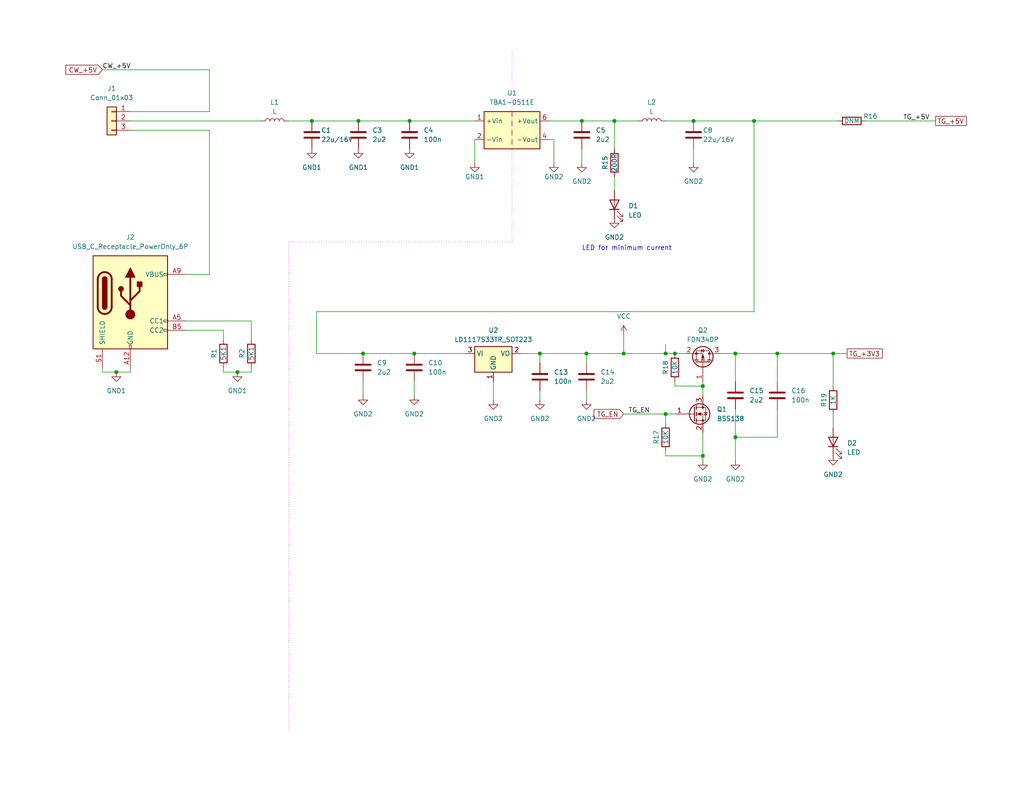
<source format=kicad_sch>
(kicad_sch (version 20231120) (generator "eeschema") (generator_version "8.0")
  (paper "USLetter")
  (title_block (title "Isolator for Jitter Testing"))
  (lib_symbols
    (symbol "Connector:USB_C_Receptacle_PowerOnly_6P" (pin_names (offset 1.016))
      (property "Reference" "J" (at 0 16.51 0))
      (property "Value" "USB_C_Receptacle_PowerOnly_6P" (at 0 13.97 0))
      (symbol "USB_C_Receptacle_PowerOnly_6P_0_0"
        (rectangle (start -0.254 -12.7) (end 0.254 -11.684))
        (rectangle (start 10.16 -7.366) (end 9.144 -7.874))
        (rectangle (start 10.16 -4.826) (end 9.144 -5.334))
        (rectangle (start 10.16 7.874) (end 9.144 7.366))
      )
      (symbol "USB_C_Receptacle_PowerOnly_6P_0_1"
        (rectangle (start -10.16 12.7) (end 10.16 -12.7) (stroke (width 0.254)) (fill (type background)))
        (arc (start -8.89 -1.27) (mid -6.985 -3.1667) (end -5.08 -1.27) (stroke (width 0.508)))
        (arc (start -7.62 -1.27) (mid -6.985 -1.9023) (end -6.35 -1.27) (stroke (width 0.254)))
        (arc (start -7.62 -1.27) (mid -6.985 -1.9023) (end -6.35 -1.27) (stroke (width 0.254)) (fill (type outline)))
        (rectangle (start -7.62 -1.27) (end -6.35 6.35) (stroke (width 0.254)) (fill (type outline)))
        (arc (start -6.35 6.35) (mid -6.985 6.9823) (end -7.62 6.35) (stroke (width 0.254)))
        (arc (start -6.35 6.35) (mid -6.985 6.9823) (end -7.62 6.35) (stroke (width 0.254)) (fill (type outline)))
        (arc (start -5.08 6.35) (mid -6.985 8.2467) (end -8.89 6.35) (stroke (width 0.508)))
        (circle (center -2.54 3.683) (radius 0.635) (stroke (width 0.254)) (fill (type outline)))
        (circle (center 0 -3.302) (radius 1.27) (fill (type outline)))
        (polyline (pts (xy -8.89 -1.27) (xy -8.89 6.35)) (stroke (width 0.508)))
        (polyline (pts (xy -5.08 6.35) (xy -5.08 -1.27)) (stroke (width 0.508)))
        (polyline (pts (xy 0 -3.302) (xy 0 6.858)) (stroke (width 0.508)))
        (polyline (pts (xy 0 -0.762) (xy -2.54 1.778) (xy -2.54 3.048)) (stroke (width 0.508)))
        (polyline (pts (xy 0 0.508) (xy 2.54 3.048) (xy 2.54 4.318)) (stroke (width 0.508)))
        (polyline (pts (xy -1.27 6.858) (xy 0 9.398) (xy 1.27 6.858) (xy -1.27 6.858)) (stroke (width 0.254)) (fill (type outline)))
        (rectangle (start 1.905 4.318) (end 3.175 5.588) (stroke (width 0.254)) (fill (type outline)))
      )
      (symbol "USB_C_Receptacle_PowerOnly_6P_1_1"
        (pin passive line (at 0 -17.78 90) (length 5.08) (name "GND") (number "A12"))
        (pin bidirectional line (at 15.24 -5.08 180) (length 5.08) (name "CC1") (number "A5"))
        (pin passive line (at 15.24 7.62 180) (length 5.08) (name "VBUS") (number "A9"))
        (pin passive line (at 0 -17.78 90) (length 5.08) hide (name "GND") (number "B12"))
        (pin bidirectional line (at 15.24 -7.62 180) (length 5.08) (name "CC2") (number "B5"))
        (pin passive line (at 15.24 7.62 180) (length 5.08) hide (name "VBUS") (number "B9"))
        (pin passive line (at -7.62 -17.78 90) (length 5.08) (name "SHIELD") (number "S1"))
      )
    )
    (symbol "Connector_Generic:Conn_01x03" (pin_names (offset 1.016) hide)
      (property "Reference" "J" (at 0 5.08 0))
      (property "Value" "Conn_01x03" (at 0 -5.08 0))
      (symbol "Conn_01x03_1_1"
        (rectangle (start -1.27 -2.413) (end 0 -2.667) (stroke (width 0.1524)))
        (rectangle (start -1.27 0.127) (end 0 -0.127) (stroke (width 0.1524)))
        (rectangle (start -1.27 2.667) (end 0 2.413) (stroke (width 0.1524)))
        (rectangle (start -1.27 3.81) (end 1.27 -3.81) (stroke (width 0.254)) (fill (type background)))
        (pin passive line (at -5.08 2.54 0) (length 3.81) (name "Pin_1") (number "1"))
        (pin passive line (at -5.08 0 0) (length 3.81) (name "Pin_2") (number "2"))
        (pin passive line (at -5.08 -2.54 0) (length 3.81) (name "Pin_3") (number "3"))
      )
    )
    (symbol "Converter_DCDC:TBA1-0511E"
      (property "Reference" "U" (at -6.35 6.35 0))
      (property "Value" "TBA1-0511E" (at 2.54 6.35 0))
      (symbol "TBA1-0511E_0_1"
        (rectangle (start -7.62 5.08) (end 7.62 -5.08) (stroke (width 0.254)) (fill (type background)))
        (polyline (pts (xy 0 -2.54) (xy 0 -3.81)))
        (polyline (pts (xy 0 0) (xy 0 -1.27)))
        (polyline (pts (xy 0 2.54) (xy 0 1.27)))
        (polyline (pts (xy 0 5.08) (xy 0 3.81)))
      )
      (symbol "TBA1-0511E_1_1"
        (pin power_in line (at -10.16 2.54 0) (length 2.54) (name "+Vin") (number "1"))
        (pin power_in line (at -10.16 -2.54 0) (length 2.54) (name "-Vin") (number "2"))
        (pin power_out line (at 10.16 -2.54 180) (length 2.54) (name "-Vout") (number "4"))
        (pin power_out line (at 10.16 2.54 180) (length 2.54) (name "+Vout") (number "6"))
      )
    )
    (symbol "Device:C" (pin_numbers hide) (pin_names (offset 0.254))
      (property "Reference" "C" (at 0.635 2.54 0))
      (property "Value" "C" (at 0.635 -2.54 0))
      (symbol "C_0_1"
        (polyline (pts (xy -2.032 -0.762) (xy 2.032 -0.762)) (stroke (width 0.508)))
        (polyline (pts (xy -2.032 0.762) (xy 2.032 0.762)) (stroke (width 0.508)))
      )
      (symbol "C_1_1"
        (pin passive line (at 0 3.81 270) (length 2.794) (name "~") (number "1"))
        (pin passive line (at 0 -3.81 90) (length 2.794) (name "~") (number "2"))
      )
    )
    (symbol "Device:L" (pin_numbers hide) (pin_names (offset 1.016) hide)
      (property "Reference" "L" (at -1.27 0 90))
      (property "Value" "L" (at 1.905 0 90))
      (symbol "L_0_1"
        (arc (start 0 -2.54) (mid 0.6323 -1.905) (end 0 -1.27))
        (arc (start 0 -1.27) (mid 0.6323 -0.635) (end 0 0))
        (arc (start 0 0) (mid 0.6323 0.635) (end 0 1.27))
        (arc (start 0 1.27) (mid 0.6323 1.905) (end 0 2.54))
      )
      (symbol "L_1_1"
        (pin passive line (at 0 3.81 270) (length 1.27) (name "1") (number "1"))
        (pin passive line (at 0 -3.81 90) (length 1.27) (name "2") (number "2"))
      )
    )
    (symbol "Device:LED" (pin_numbers hide) (pin_names (offset 1.016) hide)
      (property "Reference" "D" (at 0 2.54 0))
      (property "Value" "LED" (at 0 -2.54 0))
      (symbol "LED_0_1"
        (polyline (pts (xy -1.27 -1.27) (xy -1.27 1.27)) (stroke (width 0.254)))
        (polyline (pts (xy -1.27 0) (xy 1.27 0)))
        (polyline (pts (xy 1.27 -1.27) (xy 1.27 1.27) (xy -1.27 0) (xy 1.27 -1.27)) (stroke (width 0.254)))
        (polyline (pts (xy -3.048 -0.762) (xy -4.572 -2.286) (xy -3.81 -2.286) (xy -4.572 -2.286) (xy -4.572 -1.524)))
        (polyline (pts (xy -1.778 -0.762) (xy -3.302 -2.286) (xy -2.54 -2.286) (xy -3.302 -2.286) (xy -3.302 -1.524)))
      )
      (symbol "LED_1_1"
        (pin passive line (at -3.81 0 0) (length 2.54) (name "K") (number "1"))
        (pin passive line (at 3.81 0 180) (length 2.54) (name "A") (number "2"))
      )
    )
    (symbol "Device:R" (pin_numbers hide) (pin_names (offset 0))
      (property "Reference" "R" (at 2.032 0 90))
      (property "Value" "R" (at 0 0 90))
      (symbol "R_0_1"
        (rectangle (start -1.016 -2.54) (end 1.016 2.54) (stroke (width 0.254)))
      )
      (symbol "R_1_1"
        (pin passive line (at 0 3.81 270) (length 1.27) (name "~") (number "1"))
        (pin passive line (at 0 -3.81 90) (length 1.27) (name "~") (number "2"))
      )
    )
    (symbol "Regulator_Linear:LD1117S33TR_SOT223"
      (property "Reference" "U" (at -3.81 3.175 0))
      (property "Value" "LD1117S33TR_SOT223" (at 0 3.175 0))
      (symbol "LD1117S33TR_SOT223_0_1"
        (rectangle (start -5.08 -5.08) (end 5.08 1.905) (stroke (width 0.254)) (fill (type background)))
      )
      (symbol "LD1117S33TR_SOT223_1_1"
        (pin power_in line (at 0 -7.62 90) (length 2.54) (name "GND") (number "1"))
        (pin power_out line (at 7.62 0 180) (length 2.54) (name "VO") (number "2"))
        (pin power_in line (at -7.62 0 0) (length 2.54) (name "VI") (number "3"))
      )
    )
    (symbol "Transistor_FET:BSS138" (pin_names hide)
      (property "Reference" "Q" (at 5.08 1.905 0))
      (property "Value" "BSS138" (at 5.08 0 0))
      (symbol "BSS138_0_1"
        (polyline (pts (xy 0.254 0) (xy -2.54 0)))
        (polyline (pts (xy 0.254 1.905) (xy 0.254 -1.905)) (stroke (width 0.254)))
        (polyline (pts (xy 0.762 -1.27) (xy 0.762 -2.286)) (stroke (width 0.254)))
        (polyline (pts (xy 0.762 0.508) (xy 0.762 -0.508)) (stroke (width 0.254)))
        (polyline (pts (xy 0.762 2.286) (xy 0.762 1.27)) (stroke (width 0.254)))
        (polyline (pts (xy 2.54 2.54) (xy 2.54 1.778)))
        (polyline (pts (xy 2.54 -2.54) (xy 2.54 0) (xy 0.762 0)))
        (polyline (pts (xy 0.762 -1.778) (xy 3.302 -1.778) (xy 3.302 1.778) (xy 0.762 1.778)))
        (polyline (pts (xy 1.016 0) (xy 2.032 0.381) (xy 2.032 -0.381) (xy 1.016 0)) (fill (type outline)))
        (polyline (pts (xy 2.794 0.508) (xy 2.921 0.381) (xy 3.683 0.381) (xy 3.81 0.254)))
        (polyline (pts (xy 3.302 0.381) (xy 2.921 -0.254) (xy 3.683 -0.254) (xy 3.302 0.381)))
        (circle (center 1.651 0) (radius 2.794) (stroke (width 0.254)))
        (circle (center 2.54 -1.778) (radius 0.254) (fill (type outline)))
        (circle (center 2.54 1.778) (radius 0.254) (fill (type outline)))
      )
      (symbol "BSS138_1_1"
        (pin input line (at -5.08 0 0) (length 2.54) (name "G") (number "1"))
        (pin passive line (at 2.54 -5.08 90) (length 2.54) (name "S") (number "2"))
        (pin passive line (at 2.54 5.08 270) (length 2.54) (name "D") (number "3"))
      )
    )
    (symbol "Transistor_FET:FDN340P" (pin_names hide)
      (property "Reference" "Q" (at 5.08 1.905 0))
      (property "Value" "FDN340P" (at 5.08 0 0))
      (symbol "FDN340P_0_1"
        (polyline (pts (xy 0.254 0) (xy -2.54 0)))
        (polyline (pts (xy 0.254 1.905) (xy 0.254 -1.905)) (stroke (width 0.254)))
        (polyline (pts (xy 0.762 -1.27) (xy 0.762 -2.286)) (stroke (width 0.254)))
        (polyline (pts (xy 0.762 0.508) (xy 0.762 -0.508)) (stroke (width 0.254)))
        (polyline (pts (xy 0.762 2.286) (xy 0.762 1.27)) (stroke (width 0.254)))
        (polyline (pts (xy 2.54 2.54) (xy 2.54 1.778)))
        (polyline (pts (xy 2.54 -2.54) (xy 2.54 0) (xy 0.762 0)))
        (polyline (pts (xy 0.762 1.778) (xy 3.302 1.778) (xy 3.302 -1.778) (xy 0.762 -1.778)))
        (polyline (pts (xy 2.286 0) (xy 1.27 0.381) (xy 1.27 -0.381) (xy 2.286 0)) (fill (type outline)))
        (polyline (pts (xy 2.794 -0.508) (xy 2.921 -0.381) (xy 3.683 -0.381) (xy 3.81 -0.254)))
        (polyline (pts (xy 3.302 -0.381) (xy 2.921 0.254) (xy 3.683 0.254) (xy 3.302 -0.381)))
        (circle (center 1.651 0) (radius 2.794) (stroke (width 0.254)))
        (circle (center 2.54 -1.778) (radius 0.254) (fill (type outline)))
        (circle (center 2.54 1.778) (radius 0.254) (fill (type outline)))
      )
      (symbol "FDN340P_1_1"
        (pin input line (at -5.08 0 0) (length 2.54) (name "G") (number "1"))
        (pin passive line (at 2.54 -5.08 90) (length 2.54) (name "S") (number "2"))
        (pin passive line (at 2.54 5.08 270) (length 2.54) (name "D") (number "3"))
      )
    )
    (symbol "power:GND1" (power) (pin_names (offset 0))
      (property "Value" "GND1" (at 0 -3.81 0))
      (symbol "GND1_0_1"
        (polyline (pts (xy 0 0) (xy 0 -1.27) (xy 1.27 -1.27) (xy 0 -2.54) (xy -1.27 -1.27) (xy 0 -1.27)))
      )
      (symbol "GND1_1_1"
        (pin power_in line (at 0 0 270) (length 0) hide (name "GND1") (number "1"))
      )
    )
    (symbol "power:GND2" (power) (pin_names (offset 0))
      (property "Value" "GND2" (at 0 -3.81 0))
      (symbol "GND2_0_1"
        (polyline (pts (xy 0 0) (xy 0 -1.27) (xy 1.27 -1.27) (xy 0 -2.54) (xy -1.27 -1.27) (xy 0 -1.27)))
      )
      (symbol "GND2_1_1"
        (pin power_in line (at 0 0 270) (length 0) hide (name "GND2") (number "1"))
      )
    )
    (symbol "power:VCC" (power) (pin_names (offset 0))
      (property "Value" "VCC" (at 0 3.81 0))
      (symbol "VCC_0_1"
        (polyline (pts (xy -0.762 1.27) (xy 0 2.54)))
        (polyline (pts (xy 0 0) (xy 0 2.54)))
        (polyline (pts (xy 0 2.54) (xy 0.762 1.27)))
      )
      (symbol "VCC_1_1"
        (pin power_in line (at 0 0 90) (length 0) hide (name "VCC") (number "1"))
      )
    )
  )
  (junction (at 200.66 96.52))
  (junction (at 181.61 96.52))
  (junction (at 184.15 96.52))
  (junction (at 113.03 96.52))
  (junction (at 227.33 96.52))
  (junction (at 189.23 33.02))
  (junction (at 31.75 101.6))
  (junction (at 200.66 119.38))
  (junction (at 170.18 96.52))
  (junction (at 181.61 113.03))
  (junction (at 111.76 33.02))
  (junction (at 167.64 33.02))
  (junction (at 147.32 96.52))
  (junction (at 160.02 96.52))
  (junction (at 64.77 101.6))
  (junction (at 212.09 96.52))
  (junction (at 99.06 96.52))
  (junction (at 85.09 33.02))
  (junction (at 205.74 33.02))
  (junction (at 191.77 124.46))
  (junction (at 97.79 33.02))
  (junction (at 158.75 33.02))
  (junction (at 191.77 105.41))
  (wire (pts (xy 31.75 101.6) (xy 35.56 101.6)))
  (wire (pts (xy 147.32 106.68) (xy 147.32 109.22)))
  (wire (pts (xy 212.09 96.52) (xy 212.09 104.14)))
  (wire (pts (xy 149.86 33.02) (xy 158.75 33.02)))
  (wire (pts (xy 184.15 104.14) (xy 184.15 105.41)))
  (wire (pts (xy 57.15 19.05) (xy 57.15 30.48)))
  (wire (pts (xy 167.64 33.02) (xy 167.64 40.64)))
  (wire (pts (xy 173.99 33.02) (xy 167.64 33.02)))
  (wire (pts (xy 189.23 33.02) (xy 205.74 33.02)))
  (wire (pts (xy 35.56 35.56) (xy 57.15 35.56)))
  (wire (pts (xy 181.61 123.19) (xy 181.61 124.46)))
  (polyline (pts (xy 78.74 66.04) (xy 78.74 199.39)) (stroke (width 0) (type dot) (color 240 0 255 1)))
  (wire (pts (xy 236.22 33.02) (xy 255.27 33.02)))
  (wire (pts (xy 191.77 104.14) (xy 191.77 105.41)))
  (wire (pts (xy 129.54 38.1) (xy 129.54 44.45)))
  (wire (pts (xy 212.09 111.76) (xy 212.09 119.38)))
  (wire (pts (xy 86.36 85.09) (xy 205.74 85.09)))
  (wire (pts (xy 158.75 40.64) (xy 158.75 44.45)))
  (wire (pts (xy 35.56 101.6) (xy 35.56 100.33)))
  (wire (pts (xy 170.18 91.44) (xy 170.18 96.52)))
  (wire (pts (xy 181.61 124.46) (xy 191.77 124.46)))
  (wire (pts (xy 227.33 113.03) (xy 227.33 116.84)))
  (wire (pts (xy 181.61 113.03) (xy 181.61 115.57)))
  (wire (pts (xy 200.66 96.52) (xy 200.66 104.14)))
  (wire (pts (xy 68.58 87.63) (xy 68.58 92.71)))
  (wire (pts (xy 149.86 38.1) (xy 151.13 38.1)))
  (wire (pts (xy 160.02 106.68) (xy 160.02 109.22)))
  (wire (pts (xy 111.76 33.02) (xy 129.54 33.02)))
  (wire (pts (xy 227.33 96.52) (xy 227.33 105.41)))
  (wire (pts (xy 205.74 85.09) (xy 205.74 33.02)))
  (wire (pts (xy 184.15 105.41) (xy 191.77 105.41)))
  (wire (pts (xy 142.24 96.52) (xy 147.32 96.52)))
  (wire (pts (xy 27.94 19.05) (xy 57.15 19.05)))
  (wire (pts (xy 27.94 101.6) (xy 31.75 101.6)))
  (wire (pts (xy 97.79 33.02) (xy 111.76 33.02)))
  (wire (pts (xy 57.15 35.56) (xy 57.15 74.93)))
  (wire (pts (xy 228.6 33.02) (xy 205.74 33.02)))
  (wire (pts (xy 50.8 90.17) (xy 60.96 90.17)))
  (wire (pts (xy 134.62 104.14) (xy 134.62 109.22)))
  (wire (pts (xy 158.75 33.02) (xy 167.64 33.02)))
  (wire (pts (xy 200.66 96.52) (xy 212.09 96.52)))
  (wire (pts (xy 212.09 96.52) (xy 227.33 96.52)))
  (wire (pts (xy 147.32 96.52) (xy 160.02 96.52)))
  (wire (pts (xy 35.56 33.02) (xy 71.12 33.02)))
  (wire (pts (xy 60.96 90.17) (xy 60.96 92.71)))
  (wire (pts (xy 189.23 40.64) (xy 189.23 44.45)))
  (wire (pts (xy 184.15 113.03) (xy 181.61 113.03)))
  (wire (pts (xy 57.15 74.93) (xy 50.8 74.93)))
  (wire (pts (xy 147.32 96.52) (xy 147.32 99.06)))
  (wire (pts (xy 99.06 96.52) (xy 113.03 96.52)))
  (wire (pts (xy 60.96 101.6) (xy 64.77 101.6)))
  (wire (pts (xy 212.09 119.38) (xy 200.66 119.38)))
  (polyline (pts (xy 139.7 66.04) (xy 78.74 66.04)) (stroke (width 0) (type dot) (color 240 0 255 1)))
  (wire (pts (xy 170.18 96.52) (xy 181.61 96.52)))
  (wire (pts (xy 160.02 96.52) (xy 160.02 99.06)))
  (wire (pts (xy 184.15 96.52) (xy 186.69 96.52)))
  (wire (pts (xy 160.02 96.52) (xy 170.18 96.52)))
  (wire (pts (xy 191.77 124.46) (xy 191.77 125.73)))
  (wire (pts (xy 78.74 33.02) (xy 85.09 33.02)))
  (wire (pts (xy 113.03 104.14) (xy 113.03 107.95)))
  (wire (pts (xy 181.61 33.02) (xy 189.23 33.02)))
  (wire (pts (xy 99.06 104.14) (xy 99.06 107.95)))
  (wire (pts (xy 200.66 119.38) (xy 200.66 125.73)))
  (wire (pts (xy 170.18 113.03) (xy 181.61 113.03)))
  (wire (pts (xy 181.61 96.52) (xy 181.61 93.98)))
  (wire (pts (xy 191.77 118.11) (xy 191.77 124.46)))
  (wire (pts (xy 85.09 33.02) (xy 97.79 33.02)))
  (wire (pts (xy 57.15 30.48) (xy 35.56 30.48)))
  (wire (pts (xy 151.13 38.1) (xy 151.13 44.45)))
  (wire (pts (xy 181.61 96.52) (xy 184.15 96.52)))
  (wire (pts (xy 227.33 96.52) (xy 231.14 96.52)))
  (wire (pts (xy 196.85 96.52) (xy 200.66 96.52)))
  (wire (pts (xy 68.58 101.6) (xy 68.58 100.33)))
  (wire (pts (xy 167.64 48.26) (xy 167.64 52.07)))
  (wire (pts (xy 191.77 105.41) (xy 191.77 107.95)))
  (wire (pts (xy 86.36 85.09) (xy 86.36 96.52)))
  (polyline (pts (xy 139.7 13.97) (xy 139.7 66.04)) (stroke (width 0) (type dot) (color 240 0 255 1)))
  (wire (pts (xy 27.94 100.33) (xy 27.94 101.6)))
  (wire (pts (xy 200.66 111.76) (xy 200.66 119.38)))
  (wire (pts (xy 64.77 101.6) (xy 68.58 101.6)))
  (wire (pts (xy 113.03 96.52) (xy 127 96.52)))
  (wire (pts (xy 50.8 87.63) (xy 68.58 87.63)))
  (wire (pts (xy 60.96 100.33) (xy 60.96 101.6)))
  (wire (pts (xy 86.36 96.52) (xy 99.06 96.52)))
  (text "LED for minimum current" (at 158.75 68.58 0) (effects (font (size 1.27 1.27)) (justify left bottom)))
  (label "CW_+5V" (at 27.94 19.05 0))
  (label "TG_EN" (at 171.45 113.03 0))
  (label "TG_+5V" (at 246.38 33.02 0))
  (global_label "TG_+5V" (shape passive) (at 255.27 33.02 0) (property "Intersheetrefs" "${INTERSHEET_REFS}" (effects (hide yes))))
  (global_label "TG_+3V3" (shape passive) (at 231.14 96.52 0) (property "Intersheetrefs" "${INTERSHEET_REFS}" (effects (hide yes))))
  (global_label "CW_+5V" (shape input) (at 27.94 19.05 180) (property "Intersheetrefs" "${INTERSHEET_REFS}" (effects (hide yes))))
  (global_label "TG_EN" (shape input) (at 170.18 113.03 180) (property "Intersheetrefs" "${INTERSHEET_REFS}" (effects (hide yes))))
  (symbol (lib_id "power:GND2") (at 227.33 124.46 0) (unit 1)
    (property "Reference" "#PWR037" (effects (hide yes)))
    (property "Value" "GND2" (at 227.33 129.54 0))
  )
  (symbol (lib_id "power:GND2") (at 191.77 125.73 0) (unit 1)
    (property "Reference" "#PWR032" (effects (hide yes)))
    (property "Value" "GND2" (at 191.77 130.81 0))
  )
  (symbol (lib_id "Transistor_FET:BSS138") (at 189.23 113.03 0) (unit 1)
    (property "Reference" "Q1" (at 195.58 111.76 0) (effects (justify left)))
    (property "Value" "BSS138" (at 195.58 114.3 0) (effects (justify left)))
    (property "Footprint" "Package_TO_SOT_SMD:SOT-23" (effects (hide yes)))
    (property "Datasheet" "https://www.onsemi.com/pub/Collateral/BSS138-D.PDF" (effects (hide yes)))
  )
  (symbol (lib_id "Device:C") (at 111.76 36.83 0) (unit 1)
    (property "Reference" "C4" (at 115.57 35.56 0) (effects (justify left)))
    (property "Value" "100n" (at 115.57 38.1 0) (effects (justify left)))
    (property "Footprint" "Resistor_SMD:R_0603_1608Metric" (effects (hide yes)))
  )
  (symbol (lib_id "Device:R") (at 167.64 44.45 180) (unit 1)
    (property "Reference" "R15" (at 165.1 44.45 90))
    (property "Value" "200R" (at 167.64 44.45 90))
    (property "Footprint" "Resistor_SMD:R_0603_1608Metric" (effects (hide yes)))
  )
  (symbol (lib_id "Regulator_Linear:LD1117S33TR_SOT223") (at 134.62 96.52 0) (unit 1)
    (property "Reference" "U2" (at 134.62 90.17 0))
    (property "Value" "LD1117S33TR_SOT223" (at 134.62 92.71 0))
    (property "Footprint" "Package_TO_SOT_SMD:SOT-223-3_TabPin2" (effects (hide yes)))
    (property "Datasheet" "http://www.st.com/st-web-ui/static/active/en/resource/technical/document/datasheet/CD00000544.pdf" (effects (hide yes)))
  )
  (symbol (lib_id "Device:R") (at 181.61 119.38 180) (unit 1)
    (property "Reference" "R17" (at 179.07 119.38 90))
    (property "Value" "10K" (at 181.61 119.38 90))
    (property "Footprint" "Resistor_SMD:R_0603_1608Metric" (effects (hide yes)))
  )
  (symbol (lib_id "power:GND1") (at 97.79 40.64 0) (unit 1)
    (property "Reference" "#PWR05" (effects (hide yes)))
    (property "Value" "GND1" (at 97.79 45.72 0))
  )
  (symbol (lib_id "Device:R") (at 184.15 100.33 180) (unit 1)
    (property "Reference" "R18" (at 181.61 100.33 90))
    (property "Value" "10K" (at 184.15 100.33 90))
    (property "Footprint" "Resistor_SMD:R_0603_1608Metric" (effects (hide yes)))
  )
  (symbol (lib_id "power:GND2") (at 99.06 107.95 0) (unit 1)
    (property "Reference" "#PWR021" (effects (hide yes)))
    (property "Value" "GND2" (at 99.06 113.03 0))
  )
  (symbol (lib_id "Device:L") (at 74.93 33.02 90) (unit 1)
    (property "Reference" "L1" (at 74.93 27.94 90))
    (property "Value" "L" (at 74.93 30.48 90))
    (property "Footprint" "Inductor_SMD:L_0805_2012Metric" (effects (hide yes)))
  )
  (symbol (lib_id "power:GND1") (at 85.09 40.64 0) (unit 1)
    (property "Reference" "#PWR02" (effects (hide yes)))
    (property "Value" "GND1" (at 85.09 45.72 0))
  )
  (symbol (lib_id "Device:C") (at 113.03 100.33 0) (unit 1)
    (property "Reference" "C10" (at 116.84 99.06 0) (effects (justify left)))
    (property "Value" "100n" (at 116.84 101.6 0) (effects (justify left)))
    (property "Footprint" "Resistor_SMD:R_0603_1608Metric" (effects (hide yes)))
  )
  (symbol (lib_id "Connector:USB_C_Receptacle_PowerOnly_6P") (at 35.56 82.55 0) (unit 1)
    (property "Reference" "J2" (at 35.56 64.77 0))
    (property "Value" "USB_C_Receptacle_PowerOnly_6P" (at 35.56 67.31 0))
    (property "Footprint" "Connector_USB:USB_C_Receptacle_GCT_USB4125-xx-x_6P_TopMnt_Horizontal" (effects (hide yes)))
    (property "Datasheet" "https://www.usb.org/sites/default/files/documents/usb_type-c.zip" (effects (hide yes)))
  )
  (symbol (lib_id "power:GND1") (at 64.77 101.6 0) (unit 1)
    (property "Reference" "#PWR06" (effects (hide yes)))
    (property "Value" "GND1" (at 64.77 106.68 0))
  )
  (symbol (lib_id "Device:C") (at 99.06 100.33 0) (unit 1)
    (property "Reference" "C9" (at 102.87 99.06 0) (effects (justify left)))
    (property "Value" "2u2" (at 102.87 101.6 0) (effects (justify left)))
    (property "Footprint" "Resistor_SMD:R_0603_1608Metric" (effects (hide yes)))
  )
  (symbol (lib_id "Device:LED") (at 167.64 55.88 90) (unit 1)
    (property "Reference" "D1" (at 171.45 56.1975 90) (effects (justify right)))
    (property "Value" "LED" (at 171.45 58.7375 90) (effects (justify right)))
    (property "Footprint" "LED_THT:LED_D5.0mm" (effects (hide yes)))
  )
  (symbol (lib_id "Device:R") (at 68.58 96.52 180) (unit 1)
    (property "Reference" "R2" (at 66.04 96.52 90))
    (property "Value" "5K1" (at 68.58 96.52 90))
    (property "Footprint" "Resistor_SMD:R_0603_1608Metric" (effects (hide yes)))
  )
  (symbol (lib_id "power:GND1") (at 111.76 40.64 0) (unit 1)
    (property "Reference" "#PWR08" (effects (hide yes)))
    (property "Value" "GND1" (at 111.76 45.72 0))
  )
  (symbol (lib_id "power:GND2") (at 167.64 59.69 0) (unit 1)
    (property "Reference" "#PWR013" (effects (hide yes)))
    (property "Value" "GND2" (at 167.64 64.77 0))
  )
  (symbol (lib_id "power:GND2") (at 151.13 44.45 0) (unit 1)
    (property "Reference" "#PWR011" (effects (hide yes)))
    (property "Value" "GND2" (at 151.13 48.26 0))
  )
  (symbol (lib_id "Device:R") (at 227.33 109.22 180) (unit 1)
    (property "Reference" "R19" (at 224.79 109.22 90))
    (property "Value" "1K" (at 227.33 109.22 90))
    (property "Footprint" "Resistor_SMD:R_0603_1608Metric" (effects (hide yes)))
  )
  (symbol (lib_id "power:GND2") (at 160.02 109.22 0) (unit 1)
    (property "Reference" "#PWR031" (effects (hide yes)))
    (property "Value" "GND2" (at 160.02 114.3 0))
  )
  (symbol (lib_id "Device:C") (at 212.09 107.95 0) (unit 1)
    (property "Reference" "C16" (at 215.9 106.68 0) (effects (justify left)))
    (property "Value" "100n" (at 215.9 109.22 0) (effects (justify left)))
    (property "Footprint" "Resistor_SMD:R_0603_1608Metric" (effects (hide yes)))
  )
  (symbol (lib_id "power:GND2") (at 113.03 107.95 0) (unit 1)
    (property "Reference" "#PWR022" (effects (hide yes)))
    (property "Value" "GND2" (at 113.03 113.03 0))
  )
  (symbol (lib_id "Device:C") (at 147.32 102.87 0) (unit 1)
    (property "Reference" "C13" (at 151.13 101.6 0) (effects (justify left)))
    (property "Value" "100n" (at 151.13 104.14 0) (effects (justify left)))
    (property "Footprint" "Resistor_SMD:R_0603_1608Metric" (effects (hide yes)))
  )
  (symbol (lib_id "power:GND2") (at 189.23 44.45 0) (unit 1)
    (property "Reference" "#PWR020" (effects (hide yes)))
    (property "Value" "GND2" (at 189.23 49.53 0))
  )
  (symbol (lib_id "Connector_Generic:Conn_01x03") (at 30.48 33.02 0) (mirror y) (unit 1)
    (property "Reference" "J1" (at 30.48 24.13 0))
    (property "Value" "Conn_01x03" (at 30.48 26.67 0))
    (property "Footprint" "Connector_PinHeader_2.54mm:PinHeader_1x03_P2.54mm_Vertical" (effects (hide yes)))
  )
  (symbol (lib_id "power:VCC") (at 170.18 91.44 0) (unit 1)
    (property "Reference" "#PWR035" (effects (hide yes)))
    (property "Value" "VCC" (at 170.18 86.36 0))
  )
  (symbol (lib_id "Device:L") (at 177.8 33.02 90) (unit 1)
    (property "Reference" "L2" (at 177.8 27.94 90))
    (property "Value" "L" (at 177.8 30.48 90))
    (property "Footprint" "Inductor_SMD:L_0805_2012Metric" (effects (hide yes)))
  )
  (symbol (lib_id "power:GND2") (at 158.75 44.45 0) (unit 1)
    (property "Reference" "#PWR012" (effects (hide yes)))
    (property "Value" "GND2" (at 158.75 49.53 0))
  )
  (symbol (lib_id "power:GND2") (at 200.66 125.73 0) (unit 1)
    (property "Reference" "#PWR034" (effects (hide yes)))
    (property "Value" "GND2" (at 200.66 130.81 0))
  )
  (symbol (lib_id "power:GND1") (at 31.75 101.6 0) (unit 1)
    (property "Reference" "#PWR01" (effects (hide yes)))
    (property "Value" "GND1" (at 31.75 106.68 0))
  )
  (symbol (lib_id "Device:C") (at 189.23 36.83 0) (unit 1)
    (property "Reference" "C8" (at 191.77 35.56 0) (effects (justify left)))
    (property "Value" "22u/16V" (at 191.77 38.1 0) (effects (justify left)))
    (property "Footprint" "Capacitor_SMD:C_0805_2012Metric" (effects (hide yes)))
  )
  (symbol (lib_id "Device:LED") (at 227.33 120.65 90) (unit 1)
    (property "Reference" "D2" (at 231.14 120.9675 90) (effects (justify right)))
    (property "Value" "LED" (at 231.14 123.5075 90) (effects (justify right)))
    (property "Footprint" "LED_THT:LED_D3.0mm" (effects (hide yes)))
  )
  (symbol (lib_id "power:GND2") (at 134.62 109.22 0) (unit 1)
    (property "Reference" "#PWR025" (effects (hide yes)))
    (property "Value" "GND2" (at 134.62 114.3 0))
  )
  (symbol (lib_id "Device:C") (at 158.75 36.83 0) (unit 1)
    (property "Reference" "C5" (at 162.56 35.56 0) (effects (justify left)))
    (property "Value" "2u2" (at 162.56 38.1 0) (effects (justify left)))
    (property "Footprint" "Resistor_SMD:R_0603_1608Metric" (effects (hide yes)))
  )
  (symbol (lib_id "Device:C") (at 97.79 36.83 0) (unit 1)
    (property "Reference" "C3" (at 101.6 35.56 0) (effects (justify left)))
    (property "Value" "2u2" (at 101.6 38.1 0) (effects (justify left)))
    (property "Footprint" "Resistor_SMD:R_0603_1608Metric" (effects (hide yes)))
  )
  (symbol (lib_id "Device:C") (at 160.02 102.87 0) (unit 1)
    (property "Reference" "C14" (at 163.83 101.6 0) (effects (justify left)))
    (property "Value" "2u2" (at 163.83 104.14 0) (effects (justify left)))
    (property "Footprint" "Resistor_SMD:R_0603_1608Metric" (effects (hide yes)))
  )
  (symbol (lib_id "Transistor_FET:FDN340P") (at 191.77 99.06 270) (mirror x) (unit 1)
    (property "Reference" "Q2" (at 191.77 90.17 90))
    (property "Value" "FDN340P" (at 191.77 92.71 90))
    (property "Footprint" "Package_TO_SOT_SMD:SOT-23" (effects (hide yes)))
    (property "Datasheet" "https://www.onsemi.com/pub/Collateral/FDN340P-D.PDF" (effects (hide yes)))
  )
  (symbol (lib_id "Converter_DCDC:TBA1-0511E") (at 139.7 35.56 0) (unit 1)
    (property "Reference" "U1" (at 139.7 25.4 0))
    (property "Value" "TBA1-0511E" (at 139.7 27.94 0))
    (property "Footprint" "Converter_DCDC:Converter_DCDC_TRACO_TBA1-xxxxE_Single_THT" (effects (hide yes)))
    (property "Datasheet" "https://www.tracopower.com/products/tba1e.pdf" (effects (hide yes)))
  )
  (symbol (lib_id "power:GND1") (at 129.54 44.45 0) (unit 1)
    (property "Reference" "#PWR010" (effects (hide yes)))
    (property "Value" "GND1" (at 129.54 48.26 0))
  )
  (symbol (lib_id "power:GND2") (at 147.32 109.22 0) (unit 1)
    (property "Reference" "#PWR030" (effects (hide yes)))
    (property "Value" "GND2" (at 147.32 114.3 0))
  )
  (symbol (lib_id "Device:R") (at 60.96 96.52 180) (unit 1)
    (property "Reference" "R1" (at 58.42 96.52 90))
    (property "Value" "5K1" (at 60.96 96.52 90))
    (property "Footprint" "Resistor_SMD:R_0603_1608Metric" (effects (hide yes)))
  )
  (symbol (lib_id "Device:C") (at 85.09 36.83 0) (unit 1)
    (property "Reference" "C1" (at 87.63 35.56 0) (effects (justify left)))
    (property "Value" "22u/16V" (at 87.63 38.1 0) (effects (justify left)))
    (property "Footprint" "Capacitor_SMD:C_0805_2012Metric" (effects (hide yes)))
  )
  (symbol (lib_id "Device:R") (at 232.41 33.02 90) (unit 1)
    (property "Reference" "R16" (at 237.49 31.75 90))
    (property "Value" "DNM" (at 232.41 33.02 90))
    (property "Footprint" "Resistor_SMD:R_0603_1608Metric" (effects (hide yes)))
  )
  (symbol (lib_id "Device:C") (at 200.66 107.95 0) (unit 1)
    (property "Reference" "C15" (at 204.47 106.68 0) (effects (justify left)))
    (property "Value" "2u2" (at 204.47 109.22 0) (effects (justify left)))
    (property "Footprint" "Resistor_SMD:R_0603_1608Metric" (effects (hide yes)))
  )
)
</source>
